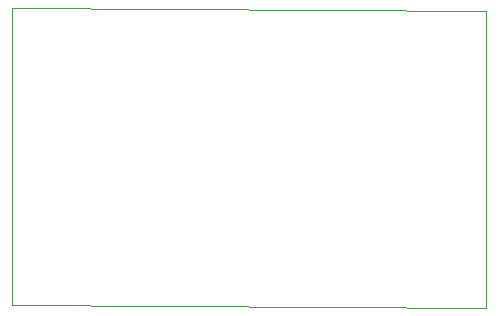
<source format=gbr>
%TF.GenerationSoftware,KiCad,Pcbnew,(6.0.0-0)*%
%TF.CreationDate,2022-04-06T16:17:48-04:00*%
%TF.ProjectId,ESCTester,45534354-6573-4746-9572-2e6b69636164,rev?*%
%TF.SameCoordinates,Original*%
%TF.FileFunction,Profile,NP*%
%FSLAX46Y46*%
G04 Gerber Fmt 4.6, Leading zero omitted, Abs format (unit mm)*
G04 Created by KiCad (PCBNEW (6.0.0-0)) date 2022-04-06 16:17:48*
%MOMM*%
%LPD*%
G01*
G04 APERTURE LIST*
%TA.AperFunction,Profile*%
%ADD10C,0.100000*%
%TD*%
G04 APERTURE END LIST*
D10*
X212598000Y-20320000D02*
X212598000Y-45466000D01*
X172466000Y-20066000D02*
X212598000Y-20320000D01*
X172466000Y-45212000D02*
X172466000Y-20066000D01*
X212598000Y-45466000D02*
X172466000Y-45212000D01*
M02*

</source>
